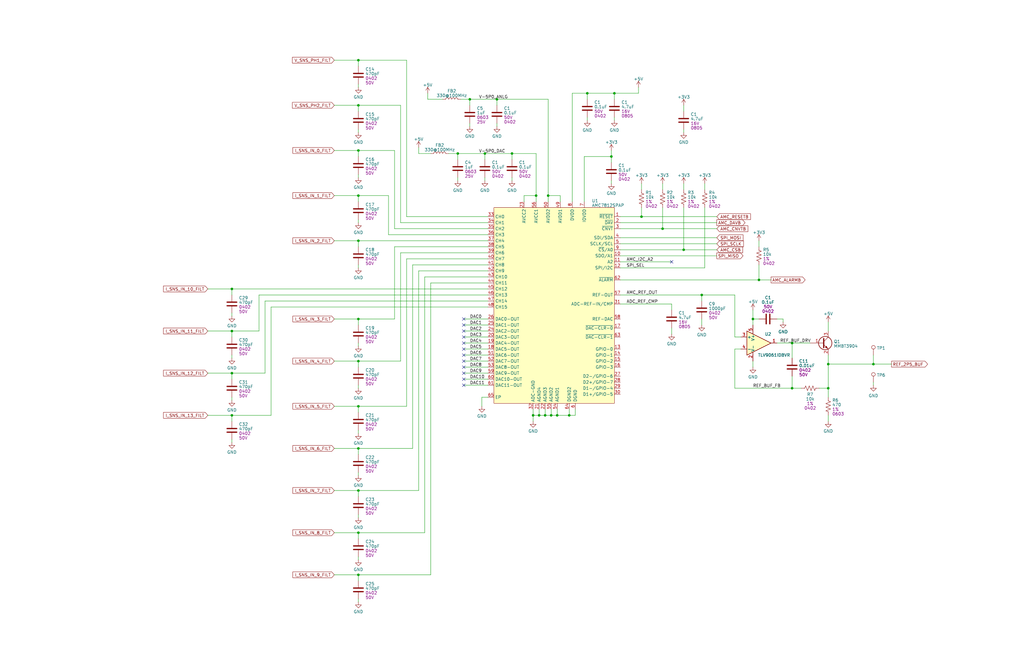
<source format=kicad_sch>
(kicad_sch (version 20230121) (generator eeschema)
  (paper "B")
  (junction (at 97.79 139.7))
  (junction (at 97.79 121.92))
  (junction (at 151.13 134.62))
  (junction (at 151.13 44.45))
  (junction (at 240.03 175.26))
  (junction (at 279.4 96.52))
  (junction (at 247.65 39.37))
  (junction (at 151.13 101.6))
  (junction (at 226.06 82.55))
  (junction (at 151.13 189.23))
  (junction (at 368.3 153.67))
  (junction (at 151.13 63.5))
  (junction (at 227.33 175.26))
  (junction (at 204.47 64.77))
  (junction (at 317.5 134.62))
  (junction (at 151.13 152.4))
  (junction (at 151.13 224.79))
  (junction (at 151.13 82.55))
  (junction (at 229.87 175.26))
  (junction (at 231.14 82.55))
  (junction (at 215.9 64.77))
  (junction (at 259.08 39.37))
  (junction (at 334.01 144.78))
  (junction (at 193.04 64.77))
  (junction (at 209.55 41.91))
  (junction (at 295.91 124.46))
  (junction (at 349.25 163.83))
  (junction (at 349.25 153.67))
  (junction (at 234.95 175.26))
  (junction (at 97.79 175.26))
  (junction (at 151.13 25.4))
  (junction (at 151.13 207.01))
  (junction (at 97.79 157.48))
  (junction (at 270.51 91.44))
  (junction (at 257.81 66.04))
  (junction (at 320.04 118.11))
  (junction (at 224.79 175.26))
  (junction (at 151.13 242.57))
  (junction (at 334.01 163.83))
  (junction (at 232.41 175.26))
  (junction (at 151.13 171.45))
  (junction (at 198.12 41.91))
  (junction (at 288.29 105.41))
  (no_connect (at 195.58 154.94))
  (no_connect (at 195.58 152.4))
  (no_connect (at 195.58 160.02))
  (no_connect (at 195.58 162.56))
  (no_connect (at 195.58 157.48))
  (no_connect (at 195.58 137.16))
  (no_connect (at 195.58 139.7))
  (no_connect (at 283.21 110.49))
  (no_connect (at 195.58 144.78))
  (no_connect (at 195.58 134.62))
  (no_connect (at 195.58 147.32))
  (no_connect (at 195.58 149.86))
  (no_connect (at 195.58 142.24))
  (wire (pts (xy 114.3 175.26) (xy 97.79 175.26)))
  (wire (pts (xy 209.55 52.07) (xy 209.55 53.34)))
  (wire (pts (xy 227.33 172.72) (xy 227.33 175.26)))
  (wire (pts (xy 195.58 144.78) (xy 205.74 144.78)))
  (wire (pts (xy 297.18 113.03) (xy 297.18 87.63)))
  (wire (pts (xy 151.13 85.09) (xy 151.13 82.55)))
  (wire (pts (xy 205.74 99.06) (xy 163.83 99.06)))
  (wire (pts (xy 87.63 175.26) (xy 97.79 175.26)))
  (wire (pts (xy 97.79 124.46) (xy 97.79 121.92)))
  (wire (pts (xy 349.25 135.89) (xy 349.25 139.7)))
  (wire (pts (xy 368.3 153.67) (xy 375.92 153.67)))
  (wire (pts (xy 368.3 161.29) (xy 368.3 162.56)))
  (wire (pts (xy 176.53 62.23) (xy 176.53 64.77)))
  (wire (pts (xy 215.9 64.77) (xy 215.9 67.31)))
  (wire (pts (xy 109.22 139.7) (xy 97.79 139.7)))
  (wire (pts (xy 198.12 41.91) (xy 198.12 44.45)))
  (wire (pts (xy 151.13 25.4) (xy 151.13 27.94)))
  (wire (pts (xy 247.65 39.37) (xy 259.08 39.37)))
  (wire (pts (xy 226.06 82.55) (xy 226.06 64.77)))
  (wire (pts (xy 242.57 175.26) (xy 240.03 175.26)))
  (wire (pts (xy 194.31 41.91) (xy 198.12 41.91)))
  (wire (pts (xy 195.58 152.4) (xy 205.74 152.4)))
  (wire (pts (xy 261.62 100.33) (xy 302.26 100.33)))
  (wire (pts (xy 226.06 85.09) (xy 226.06 82.55)))
  (wire (pts (xy 259.08 39.37) (xy 259.08 41.91)))
  (wire (pts (xy 257.81 76.2) (xy 257.81 77.47)))
  (wire (pts (xy 198.12 52.07) (xy 198.12 53.34)))
  (wire (pts (xy 288.29 77.47) (xy 288.29 80.01)))
  (wire (pts (xy 261.62 110.49) (xy 283.21 110.49)))
  (wire (pts (xy 283.21 138.43) (xy 283.21 140.97)))
  (wire (pts (xy 140.97 242.57) (xy 151.13 242.57)))
  (wire (pts (xy 140.97 152.4) (xy 151.13 152.4)))
  (wire (pts (xy 345.44 163.83) (xy 349.25 163.83)))
  (wire (pts (xy 151.13 134.62) (xy 166.37 134.62)))
  (wire (pts (xy 204.47 64.77) (xy 215.9 64.77)))
  (wire (pts (xy 232.41 175.26) (xy 229.87 175.26)))
  (wire (pts (xy 168.91 44.45) (xy 168.91 93.98)))
  (wire (pts (xy 295.91 124.46) (xy 295.91 127)))
  (wire (pts (xy 203.2 167.64) (xy 203.2 171.45)))
  (wire (pts (xy 195.58 142.24) (xy 205.74 142.24)))
  (wire (pts (xy 349.25 153.67) (xy 368.3 153.67)))
  (wire (pts (xy 227.33 175.26) (xy 224.79 175.26)))
  (wire (pts (xy 151.13 242.57) (xy 181.61 242.57)))
  (wire (pts (xy 259.08 39.37) (xy 269.24 39.37)))
  (wire (pts (xy 140.97 25.4) (xy 151.13 25.4)))
  (wire (pts (xy 288.29 87.63) (xy 288.29 105.41)))
  (wire (pts (xy 270.51 77.47) (xy 270.51 80.01)))
  (wire (pts (xy 151.13 44.45) (xy 168.91 44.45)))
  (wire (pts (xy 140.97 189.23) (xy 151.13 189.23)))
  (wire (pts (xy 151.13 189.23) (xy 173.99 189.23)))
  (wire (pts (xy 334.01 144.78) (xy 334.01 151.13)))
  (wire (pts (xy 241.3 39.37) (xy 247.65 39.37)))
  (wire (pts (xy 309.88 142.24) (xy 309.88 124.46)))
  (wire (pts (xy 231.14 41.91) (xy 231.14 82.55)))
  (wire (pts (xy 97.79 167.64) (xy 97.79 168.91)))
  (wire (pts (xy 320.04 134.62) (xy 317.5 134.62)))
  (wire (pts (xy 151.13 92.71) (xy 151.13 93.98)))
  (wire (pts (xy 151.13 199.39) (xy 151.13 200.66)))
  (wire (pts (xy 140.97 171.45) (xy 151.13 171.45)))
  (wire (pts (xy 171.45 25.4) (xy 151.13 25.4)))
  (wire (pts (xy 163.83 82.55) (xy 151.13 82.55)))
  (wire (pts (xy 151.13 181.61) (xy 151.13 182.88)))
  (wire (pts (xy 151.13 101.6) (xy 151.13 104.14)))
  (wire (pts (xy 166.37 63.5) (xy 166.37 96.52)))
  (wire (pts (xy 279.4 96.52) (xy 302.26 96.52)))
  (wire (pts (xy 189.23 64.77) (xy 193.04 64.77)))
  (wire (pts (xy 224.79 172.72) (xy 224.79 175.26)))
  (wire (pts (xy 171.45 91.44) (xy 171.45 25.4)))
  (wire (pts (xy 140.97 207.01) (xy 151.13 207.01)))
  (wire (pts (xy 168.91 152.4) (xy 151.13 152.4)))
  (wire (pts (xy 247.65 49.53) (xy 247.65 50.8)))
  (wire (pts (xy 261.62 91.44) (xy 270.51 91.44)))
  (wire (pts (xy 151.13 137.16) (xy 151.13 134.62)))
  (wire (pts (xy 204.47 74.93) (xy 204.47 76.2)))
  (wire (pts (xy 97.79 160.02) (xy 97.79 157.48)))
  (wire (pts (xy 168.91 93.98) (xy 205.74 93.98)))
  (wire (pts (xy 151.13 162.56) (xy 151.13 163.83)))
  (wire (pts (xy 151.13 207.01) (xy 176.53 207.01)))
  (wire (pts (xy 317.5 152.4) (xy 317.5 154.94)))
  (wire (pts (xy 320.04 111.76) (xy 320.04 118.11)))
  (wire (pts (xy 97.79 185.42) (xy 97.79 186.69)))
  (wire (pts (xy 215.9 74.93) (xy 215.9 76.2)))
  (wire (pts (xy 224.79 175.26) (xy 224.79 177.8)))
  (wire (pts (xy 240.03 172.72) (xy 240.03 175.26)))
  (wire (pts (xy 259.08 49.53) (xy 259.08 50.8)))
  (wire (pts (xy 97.79 121.92) (xy 205.74 121.92)))
  (wire (pts (xy 205.74 111.76) (xy 173.99 111.76)))
  (wire (pts (xy 166.37 96.52) (xy 205.74 96.52)))
  (wire (pts (xy 140.97 82.55) (xy 151.13 82.55)))
  (wire (pts (xy 195.58 147.32) (xy 205.74 147.32)))
  (wire (pts (xy 180.34 41.91) (xy 186.69 41.91)))
  (wire (pts (xy 193.04 64.77) (xy 193.04 67.31)))
  (wire (pts (xy 231.14 82.55) (xy 231.14 85.09)))
  (wire (pts (xy 232.41 172.72) (xy 232.41 175.26)))
  (wire (pts (xy 205.74 109.22) (xy 171.45 109.22)))
  (wire (pts (xy 325.12 118.11) (xy 320.04 118.11)))
  (wire (pts (xy 246.38 85.09) (xy 246.38 66.04)))
  (wire (pts (xy 205.74 91.44) (xy 171.45 91.44)))
  (wire (pts (xy 261.62 124.46) (xy 295.91 124.46)))
  (wire (pts (xy 114.3 129.54) (xy 205.74 129.54)))
  (wire (pts (xy 327.66 144.78) (xy 334.01 144.78)))
  (wire (pts (xy 205.74 167.64) (xy 203.2 167.64)))
  (wire (pts (xy 205.74 119.38) (xy 181.61 119.38)))
  (wire (pts (xy 242.57 172.72) (xy 242.57 175.26)))
  (wire (pts (xy 309.88 163.83) (xy 334.01 163.83)))
  (wire (pts (xy 97.79 149.86) (xy 97.79 151.13)))
  (wire (pts (xy 151.13 173.99) (xy 151.13 171.45)))
  (wire (pts (xy 279.4 96.52) (xy 279.4 87.63)))
  (wire (pts (xy 297.18 77.47) (xy 297.18 80.01)))
  (wire (pts (xy 334.01 163.83) (xy 337.82 163.83)))
  (wire (pts (xy 257.81 66.04) (xy 257.81 68.58)))
  (wire (pts (xy 261.62 96.52) (xy 279.4 96.52)))
  (wire (pts (xy 261.62 107.95) (xy 302.26 107.95)))
  (wire (pts (xy 246.38 66.04) (xy 257.81 66.04)))
  (wire (pts (xy 87.63 157.48) (xy 97.79 157.48)))
  (wire (pts (xy 288.29 54.61) (xy 288.29 55.88)))
  (wire (pts (xy 166.37 104.14) (xy 166.37 134.62)))
  (wire (pts (xy 234.95 175.26) (xy 232.41 175.26)))
  (wire (pts (xy 220.98 82.55) (xy 220.98 85.09)))
  (wire (pts (xy 195.58 162.56) (xy 205.74 162.56)))
  (wire (pts (xy 312.42 142.24) (xy 309.88 142.24)))
  (wire (pts (xy 140.97 44.45) (xy 151.13 44.45)))
  (wire (pts (xy 171.45 109.22) (xy 171.45 171.45)))
  (wire (pts (xy 151.13 252.73) (xy 151.13 254)))
  (wire (pts (xy 205.74 114.3) (xy 176.53 114.3)))
  (wire (pts (xy 151.13 54.61) (xy 151.13 55.88)))
  (wire (pts (xy 320.04 118.11) (xy 261.62 118.11)))
  (wire (pts (xy 209.55 41.91) (xy 231.14 41.91)))
  (wire (pts (xy 151.13 217.17) (xy 151.13 218.44)))
  (wire (pts (xy 195.58 157.48) (xy 205.74 157.48)))
  (wire (pts (xy 234.95 172.72) (xy 234.95 175.26)))
  (wire (pts (xy 111.76 127) (xy 111.76 157.48)))
  (wire (pts (xy 295.91 124.46) (xy 309.88 124.46)))
  (wire (pts (xy 140.97 63.5) (xy 151.13 63.5)))
  (wire (pts (xy 151.13 227.33) (xy 151.13 224.79)))
  (wire (pts (xy 179.07 116.84) (xy 179.07 224.79)))
  (wire (pts (xy 279.4 77.47) (xy 279.4 80.01)))
  (wire (pts (xy 368.3 149.86) (xy 368.3 153.67)))
  (wire (pts (xy 151.13 63.5) (xy 166.37 63.5)))
  (wire (pts (xy 151.13 152.4) (xy 151.13 154.94)))
  (wire (pts (xy 151.13 234.95) (xy 151.13 236.22)))
  (wire (pts (xy 288.29 44.45) (xy 288.29 46.99)))
  (wire (pts (xy 140.97 134.62) (xy 151.13 134.62)))
  (wire (pts (xy 171.45 171.45) (xy 151.13 171.45)))
  (wire (pts (xy 109.22 124.46) (xy 205.74 124.46)))
  (wire (pts (xy 327.66 134.62) (xy 330.2 134.62)))
  (wire (pts (xy 317.5 130.81) (xy 317.5 134.62)))
  (wire (pts (xy 151.13 63.5) (xy 151.13 66.04)))
  (wire (pts (xy 140.97 101.6) (xy 151.13 101.6)))
  (wire (pts (xy 151.13 101.6) (xy 205.74 101.6)))
  (wire (pts (xy 97.79 132.08) (xy 97.79 133.35)))
  (wire (pts (xy 349.25 163.83) (xy 349.25 167.64)))
  (wire (pts (xy 173.99 111.76) (xy 173.99 189.23)))
  (wire (pts (xy 195.58 137.16) (xy 205.74 137.16)))
  (wire (pts (xy 226.06 82.55) (xy 220.98 82.55)))
  (wire (pts (xy 151.13 191.77) (xy 151.13 189.23)))
  (wire (pts (xy 151.13 224.79) (xy 179.07 224.79)))
  (wire (pts (xy 288.29 105.41) (xy 302.26 105.41)))
  (wire (pts (xy 205.74 106.68) (xy 168.91 106.68)))
  (wire (pts (xy 349.25 153.67) (xy 349.25 163.83)))
  (wire (pts (xy 176.53 64.77) (xy 181.61 64.77)))
  (wire (pts (xy 195.58 160.02) (xy 205.74 160.02)))
  (wire (pts (xy 229.87 172.72) (xy 229.87 175.26)))
  (wire (pts (xy 195.58 134.62) (xy 205.74 134.62)))
  (wire (pts (xy 269.24 36.83) (xy 269.24 39.37)))
  (wire (pts (xy 198.12 41.91) (xy 209.55 41.91)))
  (wire (pts (xy 283.21 128.27) (xy 283.21 130.81)))
  (wire (pts (xy 257.81 63.5) (xy 257.81 66.04)))
  (wire (pts (xy 87.63 139.7) (xy 97.79 139.7)))
  (wire (pts (xy 168.91 106.68) (xy 168.91 152.4)))
  (wire (pts (xy 334.01 158.75) (xy 334.01 163.83)))
  (wire (pts (xy 236.22 85.09) (xy 236.22 82.55)))
  (wire (pts (xy 151.13 144.78) (xy 151.13 146.05)))
  (wire (pts (xy 349.25 149.86) (xy 349.25 153.67)))
  (wire (pts (xy 270.51 91.44) (xy 302.26 91.44)))
  (wire (pts (xy 295.91 134.62) (xy 295.91 137.16)))
  (wire (pts (xy 114.3 129.54) (xy 114.3 175.26)))
  (wire (pts (xy 151.13 111.76) (xy 151.13 113.03)))
  (wire (pts (xy 163.83 99.06) (xy 163.83 82.55)))
  (wire (pts (xy 109.22 124.46) (xy 109.22 139.7)))
  (wire (pts (xy 140.97 224.79) (xy 151.13 224.79)))
  (wire (pts (xy 209.55 41.91) (xy 209.55 44.45)))
  (wire (pts (xy 240.03 175.26) (xy 234.95 175.26)))
  (wire (pts (xy 270.51 87.63) (xy 270.51 91.44)))
  (wire (pts (xy 205.74 116.84) (xy 179.07 116.84)))
  (wire (pts (xy 151.13 35.56) (xy 151.13 36.83)))
  (wire (pts (xy 349.25 175.26) (xy 349.25 177.8)))
  (wire (pts (xy 261.62 102.87) (xy 302.26 102.87)))
  (wire (pts (xy 261.62 113.03) (xy 297.18 113.03)))
  (wire (pts (xy 261.62 128.27) (xy 283.21 128.27)))
  (wire (pts (xy 151.13 209.55) (xy 151.13 207.01)))
  (wire (pts (xy 151.13 245.11) (xy 151.13 242.57)))
  (wire (pts (xy 236.22 82.55) (xy 231.14 82.55)))
  (wire (pts (xy 312.42 147.32) (xy 309.88 147.32)))
  (wire (pts (xy 180.34 39.37) (xy 180.34 41.91)))
  (wire (pts (xy 309.88 147.32) (xy 309.88 163.83)))
  (wire (pts (xy 320.04 101.6) (xy 320.04 104.14)))
  (wire (pts (xy 247.65 39.37) (xy 247.65 41.91)))
  (wire (pts (xy 111.76 157.48) (xy 97.79 157.48)))
  (wire (pts (xy 151.13 46.99) (xy 151.13 44.45)))
  (wire (pts (xy 97.79 177.8) (xy 97.79 175.26)))
  (wire (pts (xy 193.04 74.93) (xy 193.04 76.2)))
  (wire (pts (xy 334.01 144.78) (xy 341.63 144.78)))
  (wire (pts (xy 215.9 64.77) (xy 226.06 64.77)))
  (wire (pts (xy 195.58 149.86) (xy 205.74 149.86)))
  (wire (pts (xy 111.76 127) (xy 205.74 127)))
  (wire (pts (xy 317.5 134.62) (xy 317.5 137.16)))
  (wire (pts (xy 204.47 64.77) (xy 204.47 67.31)))
  (wire (pts (xy 87.63 121.92) (xy 97.79 121.92)))
  (wire (pts (xy 181.61 119.38) (xy 181.61 242.57)))
  (wire (pts (xy 195.58 154.94) (xy 205.74 154.94)))
  (wire (pts (xy 261.62 93.98) (xy 302.26 93.98)))
  (wire (pts (xy 176.53 114.3) (xy 176.53 207.01)))
  (wire (pts (xy 195.58 139.7) (xy 205.74 139.7)))
  (wire (pts (xy 151.13 73.66) (xy 151.13 74.93)))
  (wire (pts (xy 97.79 142.24) (xy 97.79 139.7)))
  (wire (pts (xy 193.04 64.77) (xy 204.47 64.77)))
  (wire (pts (xy 229.87 175.26) (xy 227.33 175.26)))
  (wire (pts (xy 205.74 104.14) (xy 166.37 104.14)))
  (wire (pts (xy 241.3 85.09) (xy 241.3 39.37)))
  (wire (pts (xy 330.2 134.62) (xy 330.2 135.89)))
  (wire (pts (xy 261.62 105.41) (xy 288.29 105.41)))
  (label "DAC5" (at 198.12 147.32 0))
  (label "DAC6" (at 198.12 149.86 0))
  (label "DAC2" (at 198.12 139.7 0))
  (label "REF_BUF_FB" (at 317.5 163.83 0))
  (label "AMC_REF_OUT" (at 264.16 124.46 0))
  (label "V-5P0_DAC" (at 201.93 64.77 0))
  (label "DAC9" (at 198.12 157.48 0))
  (label "AMC_I2C_A2" (at 264.16 110.49 0))
  (label "DAC7" (at 198.12 152.4 0))
  (label "DAC4" (at 198.12 144.78 0))
  (label "DAC10" (at 198.12 160.02 0))
  (label "DAC0" (at 198.12 134.62 0))
  (label "SPI_SEL" (at 264.16 113.03 0))
  (label "DAC3" (at 198.12 142.24 0))
  (label "DAC11" (at 198.12 162.56 0))
  (label "REF_BUF_DRV" (at 328.93 144.78 0))
  (label "DAC8" (at 198.12 154.94 0))
  (label "ADC_REF_CMP" (at 264.16 128.27 0))
  (label "V-5P0_ANLG" (at 201.93 41.91 0))
  (label "DAC1" (at 198.12 137.16 0))
  (global_label "I_SNS_IN_12_FILT" (shape input) (at 87.63 157.48 180) (property "Intersheetrefs" "${INTERSHEET_REFS}" (effects hide)))
  (global_label "I_SNS_IN_2_FILT" (shape input) (at 140.97 101.6 180) (property "Intersheetrefs" "${INTERSHEET_REFS}" (effects hide)))
  (global_label "I_SNS_IN_5_FILT" (shape input) (at 140.97 171.45 180) (property "Intersheetrefs" "${INTERSHEET_REFS}" (effects hide)))
  (global_label "SPI_SCLK" (shape input) (at 302.26 102.87 0) (property "Intersheetrefs" "${INTERSHEET_REFS}" (effects hide)))
  (global_label "SPI_MOSI" (shape input) (at 302.26 100.33 0) (property "Intersheetrefs" "${INTERSHEET_REFS}" (effects hide)))
  (global_label "AMC_CSB" (shape input) (at 302.26 105.41 0) (property "Intersheetrefs" "${INTERSHEET_REFS}" (effects hide)))
  (global_label "REF_2P5_BUF" (shape output) (at 375.92 153.67 0) (property "Intersheetrefs" "${INTERSHEET_REFS}" (effects hide)))
  (global_label "AMC_ALARMB" (shape output) (at 325.12 118.11 0) (property "Intersheetrefs" "${INTERSHEET_REFS}" (effects hide)))
  (global_label "I_SNS_IN_0_FILT" (shape input) (at 140.97 63.5 180) (property "Intersheetrefs" "${INTERSHEET_REFS}" (effects hide)))
  (global_label "AMC_DAVB" (shape output) (at 302.26 93.98 0) (property "Intersheetrefs" "${INTERSHEET_REFS}" (effects hide)))
  (global_label "I_SNS_IN_9_FILT" (shape input) (at 140.97 242.57 180) (property "Intersheetrefs" "${INTERSHEET_REFS}" (effects hide)))
  (global_label "AMC_CNVTB" (shape input) (at 302.26 96.52 0) (property "Intersheetrefs" "${INTERSHEET_REFS}" (effects hide)))
  (global_label "V_SNS_PH2_FILT" (shape input) (at 140.97 44.45 180) (property "Intersheetrefs" "${INTERSHEET_REFS}" (effects hide)))
  (global_label "I_SNS_IN_3_FILT" (shape input) (at 140.97 134.62 180) (property "Intersheetrefs" "${INTERSHEET_REFS}" (effects hide)))
  (global_label "I_SNS_IN_6_FILT" (shape input) (at 140.97 189.23 180) (property "Intersheetrefs" "${INTERSHEET_REFS}" (effects hide)))
  (global_label "I_SNS_IN_13_FILT" (shape input) (at 87.63 175.26 180) (property "Intersheetrefs" "${INTERSHEET_REFS}" (effects hide)))
  (global_label "I_SNS_IN_10_FILT" (shape input) (at 87.63 121.92 180) (property "Intersheetrefs" "${INTERSHEET_REFS}" (effects hide)))
  (global_label "V_SNS_PH1_FILT" (shape input) (at 140.97 25.4 180) (property "Intersheetrefs" "${INTERSHEET_REFS}" (effects hide)))
  (global_label "I_SNS_IN_8_FILT" (shape input) (at 140.97 224.79 180) (property "Intersheetrefs" "${INTERSHEET_REFS}" (effects hide)))
  (global_label "I_SNS_IN_4_FILT" (shape input) (at 140.97 152.4 180) (property "Intersheetrefs" "${INTERSHEET_REFS}" (effects hide)))
  (global_label "SPI_MISO" (shape output) (at 302.26 107.95 0) (property "Intersheetrefs" "${INTERSHEET_REFS}" (effects hide)))
  (global_label "I_SNS_IN_1_FILT" (shape input) (at 140.97 82.55 180) (property "Intersheetrefs" "${INTERSHEET_REFS}" (effects hide)))
  (global_label "I_SNS_IN_7_FILT" (shape input) (at 140.97 207.01 180) (property "Intersheetrefs" "${INTERSHEET_REFS}" (effects hide)))
  (global_label "I_SNS_IN_11_FILT" (shape input) (at 87.63 139.7 180) (property "Intersheetrefs" "${INTERSHEET_REFS}" (effects hide)))
  (global_label "AMC_RESETB" (shape input) (at 302.26 91.44 0) (property "Intersheetrefs" "${INTERSHEET_REFS}" (effects hide)))
  (symbol (lib_id "power:GND") (at 97.79 133.35 0) (unit 1)
    (property "Reference" "#PWR043" (effects hide))
    (property "Value" "GND" (at 97.79 137.4855 0))
    (instances (project "Power_Meter_RPi_Hat_HW" (path "" (reference "#PWR043") (unit 1))) (project "FET_Amplifier_HW" (path "" (reference "#PWR08") (unit 1))))
  )
  (symbol (lib_id "power:GND") (at 151.13 254 0) (unit 1)
    (property "Reference" "#PWR039" (effects hide))
    (property "Value" "GND" (at 151.13 258.1355 0))
    (instances (project "Power_Meter_RPi_Hat_HW" (path "" (reference "#PWR039") (unit 1))) (project "FET_Amplifier_HW" (path "" (reference "#PWR08") (unit 1))))
  )
  (symbol (lib_id "Device:C") (at 288.29 50.8 0) (unit 1)
    (property "Reference" "C1" (at 291.211 48.2353 0) (effects (justify left)))
    (property "Value" "4.7uF" (at 291.211 50.1563 0) (effects (justify left)))
    (property "Footprint" "Capacitor_SMD:C_0805_2012Metric" (effects hide))
    (property "Voltage Rating" "16V" (at 291.211 52.0773 0) (effects (justify left)))
    (property "Mfr. Part #" "CL21A475KAQNNNE" (effects hide))
    (property "JLCPCB Part #" "C1779" (effects hide))
    (property "Description" "CAP CER 4.7UF 16V X5R 0805" (effects hide))
    (property "Manufacturer" "Samsung Electro-Mechanics" (effects hide))
    (property "Package Desc" "0805" (at 291.211 53.9983 0) (effects (justify left)))
    (instances (project "Rhubarb_Pi_HW" (path "" (reference "C1") (unit 1)) (path "" (reference "C5") (unit 1))) (project "Power_Meter_RPi_Hat_HW" (path "" (reference "C59") (unit 1))) (project "FET_Amplifier_HW" (path "" (reference "C18") (unit 1)) (path "" (reference "C21") (unit 1))) (project "FM_Radio_70cm_HW" (path "" (reference "C33") (unit 1)) (path "" (reference "C10") (unit 1)) (path "" (reference "C74") (unit 1)) (path "" (reference "C60") (unit 1))))
  )
  (symbol (lib_id "power:+5V") (at 180.34 39.37 0) (unit 1)
    (property "Reference" "#PWR07" (effects hide))
    (property "Value" "+5V" (at 180.34 35.8681 0))
  )
  (symbol (lib_id "Repowered_Capacitors:CL05C471JB5NNNC") (at 151.13 158.75 0) (unit 1)
    (property "Reference" "C20" (at 154.051 156.1853 0) (effects (justify left)))
    (property "Value" "470pF" (at 154.051 158.1063 0) (effects (justify left)))
    (property "Footprint" "Capacitor_SMD:C_0402_1005Metric" (effects hide))
    (property "Mfr Part #" "CL05C471JB5NNNC" (effects hide))
    (property "Tolerance" "5%" (effects hide))
    (property "Package Desc" "0402" (at 154.051 160.0273 0) (effects (justify left)))
    (property "Manufacturer" "Samsung Electro-Mechanics" (effects hide))
    (property "Description" "CAP CER 470PF 50V 5% C0G/NP0 0402" (effects hide))
    (property "Voltage Rating" "50V" (at 154.051 161.9483 0) (effects (justify left)))
    (property "JLCPCB Part #" "C307449" (effects hide))
  )
  (symbol (lib_id "Device:C") (at 323.85 134.62 90) (unit 1)
    (property "Reference" "C1" (at 323.85 125.6091 90))
    (property "Value" "0.1uF" (at 323.85 127.5301 90))
    (property "Footprint" "Capacitor_SMD:C_0402_1005Metric" (effects hide))
    (property "Voltage Rating" "50V" (at 323.85 129.4511 90))
    (property "Mfr. Part #" "GRM155R71H104KE14D" (effects hide))
    (property "JLCPCB Part #" "C77020" (effects hide))
    (property "Description" "50V 100nF X7R ±10% 0402 Multilayer Ceramic Capacitors MLCC - SMD/SMT ROHS" (effects hide))
    (property "Manufacturer" "Murata Electronics" (effects hide))
    (property "Mfr Part #" "GRM155R71H104KE14D" (effects hide))
    (property "Package Desc" "0402" (at 323.85 131.3721 90))
    (instances (project "Rhubarb_Pi_HW" (path "" (reference "C1") (unit 1)) (path "" (reference "C5") (unit 1))) (project "Power_Meter_RPi_Hat_HW" (path "" (reference "C10") (unit 1))) (project "FET_Amplifier_HW" (path "" (reference "C6") (unit 1))) (project "FM_Radio_70cm_HW" (path "" (reference "C33") (unit 1)) (path "" (reference "C10") (unit 1)) (path "" (reference "C74") (unit 1)) (path "" (reference "C60") (unit 1))))
  )
  (symbol (lib_id "power:GND") (at 257.81 77.47 0) (unit 1)
    (property "Reference" "#PWR03" (effects hide))
    (property "Value" "GND" (at 257.81 81.6055 0))
    (instances (project "Power_Meter_RPi_Hat_HW" (path "" (reference "#PWR03") (unit 1))) (project "FET_Amplifier_HW" (path "" (reference "#PWR08") (unit 1))))
  )
  (symbol (lib_id "power:GND") (at 209.55 53.34 0) (unit 1)
    (property "Reference" "#PWR09" (effects hide))
    (property "Value" "GND" (at 209.55 57.4755 0))
    (instances (project "Power_Meter_RPi_Hat_HW" (path "" (reference "#PWR09") (unit 1))) (project "FET_Amplifier_HW" (path "" (reference "#PWR08") (unit 1))))
  )
  (symbol (lib_id "Device:L") (at 190.5 41.91 90) (unit 1)
    (property "Reference" "FB2" (at 190.5 38.3947 90))
    (property "Value" "330@100MHz" (at 190.5 40.3157 90))
    (property "Footprint" "Inductor_SMD:L_0603_1608Metric" (effects hide))
    (property "Mfr. Part #" "BLM18SG331TZ1D" (effects hide))
    (property "JLCPCB Part #" "C710391" (effects hide))
    (property "Description" "70mΩ ±25% 330Ω@100MHz 0603 Ferrite Beads ROHS" (effects hide))
    (property "Manufacturer" "Murata Electronics" (effects hide))
    (instances (project "Rhubarb_Pi_HW" (path "" (reference "FB2") (unit 1))) (project "Power_Meter_RPi_Hat_HW" (path "" (reference "FB2") (unit 1))) (project "FET_Amplifier_HW" (path "" (reference "FB1") (unit 1))) (project "FM_Radio_70cm_HW" (path "" (reference "FB1") (unit 1)) (path "" (reference "FB2") (unit 1))))
  )
  (symbol (lib_id "Repowered_Capacitors:CL05C471JB5NNNC") (at 151.13 31.75 0) (unit 1)
    (property "Reference" "C14" (at 154.051 29.1853 0) (effects (justify left)))
    (property "Value" "470pF" (at 154.051 31.1063 0) (effects (justify left)))
    (property "Footprint" "Capacitor_SMD:C_0402_1005Metric" (effects hide))
    (property "Mfr Part #" "CL05C471JB5NNNC" (effects hide))
    (property "Tolerance" "5%" (effects hide))
    (property "Package Desc" "0402" (at 154.051 33.0273 0) (effects (justify left)))
    (property "Manufacturer" "Samsung Electro-Mechanics" (effects hide))
    (property "Description" "CAP CER 470PF 50V 5% C0G/NP0 0402" (effects hide))
    (property "Voltage Rating" "50V" (at 154.051 34.9483 0) (effects (justify left)))
    (property "JLCPCB Part #" "C307449" (effects hide))
  )
  (symbol (lib_id "power:GND") (at 247.65 50.8 0) (unit 1)
    (property "Reference" "#PWR011" (effects hide))
    (property "Value" "GND" (at 247.65 54.9355 0))
    (instances (project "Power_Meter_RPi_Hat_HW" (path "" (reference "#PWR011") (unit 1))) (project "FET_Amplifier_HW" (path "" (reference "#PWR08") (unit 1))))
  )
  (symbol (lib_id "Repowered_Capacitors:CL05C471JB5NNNC") (at 97.79 128.27 0) (unit 1)
    (property "Reference" "C29" (at 100.711 125.7053 0) (effects (justify left)))
    (property "Value" "470pF" (at 100.711 127.6263 0) (effects (justify left)))
    (property "Footprint" "Capacitor_SMD:C_0402_1005Metric" (effects hide))
    (property "Mfr Part #" "CL05C471JB5NNNC" (effects hide))
    (property "Tolerance" "5%" (effects hide))
    (property "Package Desc" "0402" (at 100.711 129.5473 0) (effects (justify left)))
    (property "Manufacturer" "Samsung Electro-Mechanics" (effects hide))
    (property "Description" "CAP CER 470PF 50V 5% C0G/NP0 0402" (effects hide))
    (property "Voltage Rating" "50V" (at 100.711 131.4683 0) (effects (justify left)))
    (property "JLCPCB Part #" "C307449" (effects hide))
  )
  (symbol (lib_id "power:GND") (at 151.13 55.88 0) (unit 1)
    (property "Reference" "#PWR029" (effects hide))
    (property "Value" "GND" (at 151.13 60.0155 0))
    (instances (project "Power_Meter_RPi_Hat_HW" (path "" (reference "#PWR029") (unit 1))) (project "FET_Amplifier_HW" (path "" (reference "#PWR08") (unit 1))))
  )
  (symbol (lib_id "power:+3V3") (at 270.51 77.47 0) (unit 1)
    (property "Reference" "#PWR013" (effects hide))
    (property "Value" "+3V3" (at 270.51 73.9681 0))
  )
  (symbol (lib_id "Repowered_Capacitors:CL05C471JB5NNNC") (at 151.13 88.9 0) (unit 1)
    (property "Reference" "C17" (at 154.051 86.3353 0) (effects (justify left)))
    (property "Value" "470pF" (at 154.051 88.2563 0) (effects (justify left)))
    (property "Footprint" "Capacitor_SMD:C_0402_1005Metric" (effects hide))
    (property "Mfr Part #" "CL05C471JB5NNNC" (effects hide))
    (property "Tolerance" "5%" (effects hide))
    (property "Package Desc" "0402" (at 154.051 90.1773 0) (effects (justify left)))
    (property "Manufacturer" "Samsung Electro-Mechanics" (effects hide))
    (property "Description" "CAP CER 470PF 50V 5% C0G/NP0 0402" (effects hide))
    (property "Voltage Rating" "50V" (at 154.051 92.0983 0) (effects (justify left)))
    (property "JLCPCB Part #" "C307449" (effects hide))
  )
  (symbol (lib_id "Repowered_Resistors:AC0402FR-0710KL") (at 320.04 107.95 0) (unit 1)
    (property "Reference" "R5" (at 321.691 105.3853 0) (effects (justify left)))
    (property "Value" "10k" (at 321.691 107.3063 0) (effects (justify left)))
    (property "Footprint" "Resistor_SMD:R_0402_1005Metric" (effects hide))
    (property "Mfr Part #" "AC0402FR-0710KL" (effects hide))
    (property "Tolerance" "1%" (at 321.691 109.2273 0) (effects (justify left)))
    (property "Package Desc" "0402" (at 321.691 111.1483 0) (effects (justify left)))
    (property "Manufacturer" "YAGEO" (effects hide))
    (property "Description" "RES SMD 10K OHM 1% 1/16W 0402" (effects hide))
    (property "JLCPCB Part #" "C144807" (effects hide))
  )
  (symbol (lib_id "power:+5V") (at 317.5 130.81 0) (unit 1)
    (property "Reference" "#PWR022" (effects hide))
    (property "Value" "+5V" (at 317.5 127.3081 0))
  )
  (symbol (lib_id "Repowered_Resistors:AC0402FR-0710KL") (at 270.51 83.82 0) (unit 1)
    (property "Reference" "R1" (at 272.161 81.2553 0) (effects (justify left)))
    (property "Value" "10k" (at 272.161 83.1763 0) (effects (justify left)))
    (property "Footprint" "Resistor_SMD:R_0402_1005Metric" (effects hide))
    (property "Mfr Part #" "AC0402FR-0710KL" (effects hide))
    (property "Tolerance" "1%" (at 272.161 85.0973 0) (effects (justify left)))
    (property "Package Desc" "0402" (at 272.161 87.0183 0) (effects (justify left)))
    (property "Manufacturer" "YAGEO" (effects hide))
    (property "Description" "RES SMD 10K OHM 1% 1/16W 0402" (effects hide))
    (property "JLCPCB Part #" "C144807" (effects hide))
  )
  (symbol (lib_id "Repowered_Capacitors:CL10B105KA8NNNC") (at 198.12 48.26 0) (unit 1)
    (property "Reference" "C5" (at 201.041 45.6953 0) (effects (justify left)))
    (property "Value" "1uF" (at 201.041 47.6163 0) (effects (justify left)))
    (property "Footprint" "Capacitor_SMD:C_0603_1608Metric" (effects hide))
    (property "Mfr Part #" "CL10B105KA8NNNC" (effects hide))
    (property "Tolerance" "10%" (effects hide))
    (property "Package Desc" "0603" (at 201.041 49.5373 0) (effects (justify left)))
    (property "Manufacturer" "Samsung Electro-Mechanics" (effects hide))
    (property "Description" "CAP CER 1UF 25V X7R 0603" (effects hide))
    (property "DK Part #" "1276-1184-1-ND" (effects hide))
    (property "Voltage Rating" "25V" (at 201.041 51.4583 0) (effects (justify left)))
  )
  (symbol (lib_id "Repowered_Transistors:MMBT3904") (at 346.71 144.78 0) (unit 1)
    (property "Reference" "Q1" (at 351.5614 144.1363 0) (effects (justify left)))
    (property "Value" "MMBT3904" (at 351.5614 146.0573 0) (effects (justify left)))
    (property "Footprint" "Repowered_TO-SOT-SMD:SOT-23" (effects hide))
    (property "Datasheet" "https://www.onsemi.com/pub/Collateral/2N3903-D.PDF" (effects hide))
    (property "Mfr. Part #" "MMBT3904" (effects hide))
    (property "JLCPCB Part #" "C108429" (effects hide))
    (property "Manufacturer" "Nexperia" (effects hide))
    (property "Description" "XSTR NPN BJT 40Vce 0.1A Ic, SOT-23-3" (effects hide))
  )
  (symbol (lib_id "Repowered_Capacitors:CL05C471JB5NNNC") (at 97.79 163.83 0) (unit 1)
    (property "Reference" "C31" (at 100.711 161.2653 0) (effects (justify left)))
    (property "Value" "470pF" (at 100.711 163.1863 0) (effects (justify left)))
    (property "Footprint" "Capacitor_SMD:C_0402_1005Metric" (effects hide))
    (property "Mfr Part #" "CL05C471JB5NNNC" (effects hide))
    (property "Tolerance" "5%" (effects hide))
    (property "Package Desc" "0402" (at 100.711 165.1073 0) (effects (justify left)))
    (property "Manufacturer" "Samsung Electro-Mechanics" (effects hide))
    (property "Description" "CAP CER 470PF 50V 5% C0G/NP0 0402" (effects hide))
    (property "Voltage Rating" "50V" (at 100.711 167.0283 0) (effects (justify left)))
    (property "JLCPCB Part #" "C307449" (effects hide))
  )
  (symbol (lib_id "Device:C") (at 283.21 134.62 0) (unit 1)
    (property "Reference" "C1" (at 286.131 132.0553 0) (effects (justify left)))
    (property "Value" "4.7uF" (at 286.131 133.9763 0) (effects (justify left)))
    (property "Footprint" "Capacitor_SMD:C_0805_2012Metric" (effects hide))
    (property "Voltage Rating" "16V" (at 286.131 135.8973 0) (effects (justify left)))
    (property "Mfr. Part #" "CL21A475KAQNNNE" (effects hide))
    (property "JLCPCB Part #" "C1779" (effects hide))
    (property "Description" "CAP CER 4.7UF 16V X5R 0805" (effects hide))
    (property "Manufacturer" "Samsung Electro-Mechanics" (effects hide))
    (property "Package Desc" "0805" (at 286.131 137.8183 0) (effects (justify left)))
    (instances (project "Rhubarb_Pi_HW" (path "" (reference "C1") (unit 1)) (path "" (reference "C5") (unit 1))) (project "Power_Meter_RPi_Hat_HW" (path "" (reference "C3") (unit 1))) (project "FET_Amplifier_HW" (path "" (reference "C18") (unit 1)) (path "" (reference "C21") (unit 1))) (project "FM_Radio_70cm_HW" (path "" (reference "C33") (unit 1)) (path "" (reference "C10") (unit 1)) (path "" (reference "C74") (unit 1)) (path "" (reference "C60") (unit 1))))
  )
  (symbol (lib_id "power:GND") (at 204.47 76.2 0) (unit 1)
    (property "Reference" "#PWR04" (effects hide))
    (property "Value" "GND" (at 204.47 80.3355 0))
    (instances (project "Power_Meter_RPi_Hat_HW" (path "" (reference "#PWR04") (unit 1))) (project "FET_Amplifier_HW" (path "" (reference "#PWR08") (unit 1))))
  )
  (symbol (lib_id "Device:L") (at 185.42 64.77 90) (unit 1)
    (property "Reference" "FB2" (at 185.42 61.2547 90))
    (property "Value" "330@100MHz" (at 185.42 63.1757 90))
    (property "Footprint" "Inductor_SMD:L_0603_1608Metric" (effects hide))
    (property "Mfr. Part #" "BLM18SG331TZ1D" (effects hide))
    (property "JLCPCB Part #" "C710391" (effects hide))
    (property "Description" "70mΩ ±25% 330Ω@100MHz 0603 Ferrite Beads ROHS" (effects hide))
    (property "Manufacturer" "Murata Electronics" (effects hide))
    (instances (project "Rhubarb_Pi_HW" (path "" (reference "FB2") (unit 1))) (project "Power_Meter_RPi_Hat_HW" (path "" (reference "FB1") (unit 1))) (project "FET_Amplifier_HW" (path "" (reference "FB1") (unit 1))) (project "FM_Radio_70cm_HW" (path "" (reference "FB1") (unit 1)) (path "" (reference "FB2") (unit 1))))
  )
  (symbol (lib_id "power:+5V") (at 269.24 36.83 0) (unit 1)
    (property "Reference" "#PWR02" (effects hide))
    (property "Value" "+5V" (at 269.24 33.3281 0))
  )
  (symbol (lib_id "Device:C") (at 215.9 71.12 0) (unit 1)
    (property "Reference" "C1" (at 218.821 68.5553 0) (effects (justify left)))
    (property "Value" "0.1uF" (at 218.821 70.4763 0) (effects (justify left)))
    (property "Footprint" "Capacitor_SMD:C_0402_1005Metric" (effects hide))
    (property "Voltage Rating" "50V" (at 218.821 72.3973 0) (effects (justify left)))
    (property "Mfr. Part #" "GRM155R71H104KE14D" (effects hide))
    (property "JLCPCB Part #" "C77020" (effects hide))
    (property "Description" "50V 100nF X7R ±10% 0402 Multilayer Ceramic Capacitors MLCC - SMD/SMT ROHS" (effects hide))
    (property "Manufacturer" "Murata Electronics" (effects hide))
    (property "Mfr Part #" "GRM155R71H104KE14D" (effects hide))
    (property "Package Desc" "0402" (at 218.821 74.3183 0) (effects (justify left)))
    (instances (project "Rhubarb_Pi_HW" (path "" (reference "C1") (unit 1)) (path "" (reference "C5") (unit 1))) (project "Power_Meter_RPi_Hat_HW" (path "" (reference "C7") (unit 1))) (project "FET_Amplifier_HW" (path "" (reference "C6") (unit 1))) (project "FM_Radio_70cm_HW" (path "" (reference "C33") (unit 1)) (path "" (reference "C10") (unit 1)) (path "" (reference "C74") (unit 1)) (path "" (reference "C60") (unit 1))))
  )
  (symbol (lib_id "Device:C") (at 259.08 45.72 0) (unit 1)
    (property "Reference" "C1" (at 262.001 43.1553 0) (effects (justify left)))
    (property "Value" "4.7uF" (at 262.001 45.0763 0) (effects (justify left)))
    (property "Footprint" "Capacitor_SMD:C_0805_2012Metric" (effects hide))
    (property "Voltage Rating" "16V" (at 262.001 46.9973 0) (effects (justify left)))
    (property "Mfr. Part #" "CL21A475KAQNNNE" (effects hide))
    (property "JLCPCB Part #" "C1779" (effects hide))
    (property "Description" "CAP CER 4.7UF 16V X5R 0805" (effects hide))
    (property "Manufacturer" "Samsung Electro-Mechanics" (effects hide))
    (property "Package Desc" "0805" (at 262.001 48.9183 0) (effects (justify left)))
    (instances (project "Rhubarb_Pi_HW" (path "" (reference "C1") (unit 1)) (path "" (reference "C5") (unit 1))) (project "Power_Meter_RPi_Hat_HW" (path "" (reference "C60") (unit 1))) (project "FET_Amplifier_HW" (path "" (reference "C18") (unit 1)) (path "" (reference "C21") (unit 1))) (project "FM_Radio_70cm_HW" (path "" (reference "C33") (unit 1)) (path "" (reference "C10") (unit 1)) (path "" (reference "C74") (unit 1)) (path "" (reference "C60") (unit 1))))
  )
  (symbol (lib_id "Repowered_Resistors:AC0402FR-0710KL") (at 297.18 83.82 0) (unit 1)
    (property "Reference" "R4" (at 298.831 81.2553 0) (effects (justify left)))
    (property "Value" "10k" (at 298.831 83.1763 0) (effects (justify left)))
    (property "Footprint" "Resistor_SMD:R_0402_1005Metric" (effects hide))
    (property "Mfr Part #" "AC0402FR-0710KL" (effects hide))
    (property "Tolerance" "1%" (at 298.831 85.0973 0) (effects (justify left)))
    (property "Package Desc" "0402" (at 298.831 87.0183 0) (effects (justify left)))
    (property "Manufacturer" "YAGEO" (effects hide))
    (property "Description" "RES SMD 10K OHM 1% 1/16W 0402" (effects hide))
    (property "JLCPCB Part #" "C144807" (effects hide))
  )
  (symbol (lib_id "power:GND") (at 151.13 93.98 0) (unit 1)
    (property "Reference" "#PWR031" (effects hide))
    (property "Value" "GND" (at 151.13 98.1155 0))
    (instances (project "Power_Meter_RPi_Hat_HW" (path "" (reference "#PWR031") (unit 1))) (project "FET_Amplifier_HW" (path "" (reference "#PWR08") (unit 1))))
  )
  (symbol (lib_id "power:+3V3") (at 288.29 77.47 0) (unit 1)
    (property "Reference" "#PWR015" (effects hide))
    (property "Value" "+3V3" (at 288.29 73.9681 0))
  )
  (symbol (lib_id "power:GND") (at 215.9 76.2 0) (unit 1)
    (property "Reference" "#PWR010" (effects hide))
    (property "Value" "GND" (at 215.9 80.3355 0))
    (instances (project "Power_Meter_RPi_Hat_HW" (path "" (reference "#PWR010") (unit 1))) (project "FET_Amplifier_HW" (path "" (reference "#PWR08") (unit 1))))
  )
  (symbol (lib_id "power:GND") (at 295.91 137.16 0) (unit 1)
    (property "Reference" "#PWR019" (effects hide))
    (property "Value" "GND" (at 295.91 141.2955 0))
  )
  (symbol (lib_id "power:GND") (at 224.79 177.8 0) (unit 1)
    (property "Reference" "#PWR012" (effects hide))
    (property "Value" "GND" (at 224.79 181.9355 0))
  )
  (symbol (lib_id "power:GND") (at 151.13 163.83 0) (unit 1)
    (property "Reference" "#PWR034" (effects hide))
    (property "Value" "GND" (at 151.13 167.9655 0))
    (instances (project "Power_Meter_RPi_Hat_HW" (path "" (reference "#PWR034") (unit 1))) (project "FET_Amplifier_HW" (path "" (reference "#PWR08") (unit 1))))
  )
  (symbol (lib_id "power:+3V3") (at 288.29 44.45 0) (unit 1)
    (property "Reference" "#PWR089" (effects hide))
    (property "Value" "+3V3" (at 288.29 40.9481 0))
  )
  (symbol (lib_id "Connector:TestPoint") (at 368.3 161.29 0) (unit 1) (in_bom no)
    (property "Reference" "TP6" (at 369.697 158.3048 0) (effects (justify left)))
    (property "Value" "TestPoint" (effects hide))
    (property "Footprint" "TestPoint:TestPoint_Pad_D1.5mm" (effects hide))
    (instances (project "Power_Meter_RPi_Hat_HW" (path "" (reference "TP6") (unit 1)) (path "" (reference "TP4") (unit 1))))
  )
  (symbol (lib_id "power:+5V") (at 349.25 135.89 0) (unit 1)
    (property "Reference" "#PWR023" (effects hide))
    (property "Value" "+5V" (at 349.25 132.3881 0))
  )
  (symbol (lib_id "power:GND") (at 368.3 162.56 0) (unit 1)
    (property "Reference" "#PWR08" (effects hide))
    (property "Value" "GND" (at 368.3 167.0034 0))
    (instances (project "Whole_House_Power_Monitor" (path "" (reference "#PWR08") (unit 1))) (project "Power_Meter_RPi_Hat_HW" (path "" (reference "#PWR0102") (unit 1)) (path "" (reference "#PWR0101") (unit 1))))
  )
  (symbol (lib_id "power:GND") (at 151.13 36.83 0) (unit 1)
    (property "Reference" "#PWR025" (effects hide))
    (property "Value" "GND" (at 151.13 40.9655 0))
    (instances (project "Power_Meter_RPi_Hat_HW" (path "" (reference "#PWR025") (unit 1))) (project "FET_Amplifier_HW" (path "" (reference "#PWR08") (unit 1))))
  )
  (symbol (lib_id "Repowered_Capacitors:CL05C471JB5NNNC") (at 151.13 107.95 0) (unit 1)
    (property "Reference" "C18" (at 154.051 105.3853 0) (effects (justify left)))
    (property "Value" "470pF" (at 154.051 107.3063 0) (effects (justify left)))
    (property "Footprint" "Capacitor_SMD:C_0402_1005Metric" (effects hide))
    (property "Mfr Part #" "CL05C471JB5NNNC" (effects hide))
    (property "Tolerance" "5%" (effects hide))
    (property "Package Desc" "0402" (at 154.051 109.2273 0) (effects (justify left)))
    (property "Manufacturer" "Samsung Electro-Mechanics" (effects hide))
    (property "Description" "CAP CER 470PF 50V 5% C0G/NP0 0402" (effects hide))
    (property "Voltage Rating" "50V" (at 154.051 111.1483 0) (effects (justify left)))
    (property "JLCPCB Part #" "C307449" (effects hide))
  )
  (symbol (lib_id "Repowered_Resistors:AC0402FR-0710KL") (at 341.63 163.83 90) (unit 1)
    (property "Reference" "R7" (at 341.63 166.4415 90))
    (property "Value" "10k" (at 341.63 168.3625 90))
    (property "Footprint" "Resistor_SMD:R_0402_1005Metric" (effects hide))
    (property "Mfr Part #" "AC0402FR-0710KL" (effects hide))
    (property "Tolerance" "1%" (at 341.63 170.2835 90))
    (property "Package Desc" "0402" (at 341.63 172.2045 90))
    (property "Manufacturer" "YAGEO" (effects hide))
    (property "Description" "RES SMD 10K OHM 1% 1/16W 0402" (effects hide))
    (property "JLCPCB Part #" "C144807" (effects hide))
  )
  (symbol (lib_id "power:GND") (at 97.79 168.91 0) (unit 1)
    (property "Reference" "#PWR045" (effects hide))
    (property "Value" "GND" (at 97.79 173.0455 0))
    (instances (project "Power_Meter_RPi_Hat_HW" (path "" (reference "#PWR045") (unit 1))) (project "FET_Amplifier_HW" (path "" (reference "#PWR08") (unit 1))))
  )
  (symbol (lib_id "Repowered_Capacitors:CL05C471JB5NNNC") (at 151.13 248.92 0) (unit 1)
    (property "Reference" "C25" (at 154.051 246.3553 0) (effects (justify left)))
    (property "Value" "470pF" (at 154.051 248.2763 0) (effects (justify left)))
    (property "Footprint" "Capacitor_SMD:C_0402_1005Metric" (effects hide))
    (property "Mfr Part #" "CL05C471JB5NNNC" (effects hide))
    (property "Tolerance" "5%" (effects hide))
    (property "Package Desc" "0402" (at 154.051 250.1973 0) (effects (justify left)))
    (property "Manufacturer" "Samsung Electro-Mechanics" (effects hide))
    (property "Description" "CAP CER 470PF 50V 5% C0G/NP0 0402" (effects hide))
    (property "Voltage Rating" "50V" (at 154.051 252.1183 0) (effects (justify left)))
    (property "JLCPCB Part #" "C307449" (effects hide))
  )
  (symbol (lib_id "Repowered_Capacitors:CL05C471JB5NNNC") (at 97.79 181.61 0) (unit 1)
    (property "Reference" "C32" (at 100.711 179.0453 0) (effects (justify left)))
    (property "Value" "470pF" (at 100.711 180.9663 0) (effects (justify left)))
    (property "Footprint" "Capacitor_SMD:C_0402_1005Metric" (effects hide))
    (property "Mfr Part #" "CL05C471JB5NNNC" (effects hide))
    (property "Tolerance" "5%" (effects hide))
    (property "Package Desc" "0402" (at 100.711 182.8873 0) (effects (justify left)))
    (property "Manufacturer" "Samsung Electro-Mechanics" (effects hide))
    (property "Description" "CAP CER 470PF 50V 5% C0G/NP0 0402" (effects hide))
    (property "Voltage Rating" "50V" (at 100.711 184.8083 0) (effects (justify left)))
    (property "JLCPCB Part #" "C307449" (effects hide))
  )
  (symbol (lib_id "Repowered_Capacitors:CL05C471JB5NNNC") (at 151.13 195.58 0) (unit 1)
    (property "Reference" "C22" (at 154.051 193.0153 0) (effects (justify left)))
    (property "Value" "470pF" (at 154.051 194.9363 0) (effects (justify left)))
    (property "Footprint" "Capacitor_SMD:C_0402_1005Metric" (effects hide))
    (property "Mfr Part #" "CL05C471JB5NNNC" (effects hide))
    (property "Tolerance" "5%" (effects hide))
    (property "Package Desc" "0402" (at 154.051 196.8573 0) (effects (justify left)))
    (property "Manufacturer" "Samsung Electro-Mechanics" (effects hide))
    (property "Description" "CAP CER 470PF 50V 5% C0G/NP0 0402" (effects hide))
    (property "Voltage Rating" "50V" (at 154.051 198.7783 0) (effects (justify left)))
    (property "JLCPCB Part #" "C307449" (effects hide))
  )
  (symbol (lib_id "power:GND") (at 317.5 154.94 0) (unit 1)
    (property "Reference" "#PWR021" (effects hide))
    (property "Value" "GND" (at 317.5 159.0755 0))
  )
  (symbol (lib_id "Repowered_Capacitors:CL05C471JB5NNNC") (at 151.13 50.8 0) (unit 1)
    (property "Reference" "C15" (at 154.051 48.2353 0) (effects (justify left)))
    (property "Value" "470pF" (at 154.051 50.1563 0) (effects (justify left)))
    (property "Footprint" "Capacitor_SMD:C_0402_1005Metric" (effects hide))
    (property "Mfr Part #" "CL05C471JB5NNNC" (effects hide))
    (property "Tolerance" "5%" (effects hide))
    (property "Package Desc" "0402" (at 154.051 52.0773 0) (effects (justify left)))
    (property "Manufacturer" "Samsung Electro-Mechanics" (effects hide))
    (property "Description" "CAP CER 470PF 50V 5% C0G/NP0 0402" (effects hide))
    (property "Voltage Rating" "50V" (at 154.051 53.9983 0) (effects (justify left)))
    (property "JLCPCB Part #" "C307449" (effects hide))
  )
  (symbol (lib_id "power:GND") (at 259.08 50.8 0) (unit 1)
    (property "Reference" "#PWR091" (effects hide))
    (property "Value" "GND" (at 259.08 54.9355 0))
    (instances (project "Power_Meter_RPi_Hat_HW" (path "" (reference "#PWR091") (unit 1))) (project "FET_Amplifier_HW" (path "" (reference "#PWR08") (unit 1))))
  )
  (symbol (lib_id "power:GND") (at 151.13 74.93 0) (unit 1)
    (property "Reference" "#PWR030" (effects hide))
    (property "Value" "GND" (at 151.13 79.0655 0))
    (instances (project "Power_Meter_RPi_Hat_HW" (path "" (reference "#PWR030") (unit 1))) (project "FET_Amplifier_HW" (path "" (reference "#PWR08") (unit 1))))
  )
  (symbol (lib_id "Repowered_Capacitors:CL05C471JB5NNNC") (at 97.79 146.05 0) (unit 1)
    (property "Reference" "C30" (at 100.711 143.4853 0) (effects (justify left)))
    (property "Value" "470pF" (at 100.711 145.4063 0) (effects (justify left)))
    (property "Footprint" "Capacitor_SMD:C_0402_1005Metric" (effects hide))
    (property "Mfr Part #" "CL05C471JB5NNNC" (effects hide))
    (property "Tolerance" "5%" (effects hide))
    (property "Package Desc" "0402" (at 100.711 147.3273 0) (effects (justify left)))
    (property "Manufacturer" "Samsung Electro-Mechanics" (effects hide))
    (property "Description" "CAP CER 470PF 50V 5% C0G/NP0 0402" (effects hide))
    (property "Voltage Rating" "50V" (at 100.711 149.2483 0) (effects (justify left)))
    (property "JLCPCB Part #" "C307449" (effects hide))
  )
  (symbol (lib_id "power:GND") (at 97.79 151.13 0) (unit 1)
    (property "Reference" "#PWR044" (effects hide))
    (property "Value" "GND" (at 97.79 155.2655 0))
    (instances (project "Power_Meter_RPi_Hat_HW" (path "" (reference "#PWR044") (unit 1))) (project "FET_Amplifier_HW" (path "" (reference "#PWR08") (unit 1))))
  )
  (symbol (lib_id "power:GND") (at 151.13 236.22 0) (unit 1)
    (property "Reference" "#PWR038" (effects hide))
    (property "Value" "GND" (at 151.13 240.3555 0))
    (instances (project "Power_Meter_RPi_Hat_HW" (path "" (reference "#PWR038") (unit 1))) (project "FET_Amplifier_HW" (path "" (reference "#PWR08") (unit 1))))
  )
  (symbol (lib_id "Repowered_Capacitors:CL05C471JB5NNNC") (at 151.13 177.8 0) (unit 1)
    (property "Reference" "C21" (at 154.051 175.2353 0) (effects (justify left)))
    (property "Value" "470pF" (at 154.051 177.1563 0) (effects (justify left)))
    (property "Footprint" "Capacitor_SMD:C_0402_1005Metric" (effects hide))
    (property "Mfr Part #" "CL05C471JB5NNNC" (effects hide))
    (property "Tolerance" "5%" (effects hide))
    (property "Package Desc" "0402" (at 154.051 179.0773 0) (effects (justify left)))
    (property "Manufacturer" "Samsung Electro-Mechanics" (effects hide))
    (property "Description" "CAP CER 470PF 50V 5% C0G/NP0 0402" (effects hide))
    (property "Voltage Rating" "50V" (at 154.051 180.9983 0) (effects (justify left)))
    (property "JLCPCB Part #" "C307449" (effects hide))
  )
  (symbol (lib_id "power:+3V3") (at 320.04 101.6 0) (unit 1)
    (property "Reference" "#PWR017" (effects hide))
    (property "Value" "+3V3" (at 320.04 98.0981 0))
  )
  (symbol (lib_id "power:GND") (at 203.2 171.45 0) (unit 1)
    (property "Reference" "#PWR092" (effects hide))
    (property "Value" "GND" (at 203.2 175.5855 0))
  )
  (symbol (lib_id "Texas_Instruments:AMC7812") (at 233.68 87.63 0) (mirror y) (unit 1)
    (property "Reference" "U1" (at 249.5297 84.7471 0) (effects (justify right)))
    (property "Value" "AMC7812SPAP" (at 249.5297 86.6681 0) (effects (justify right)))
    (property "Footprint" "Repowered_QFP:TQFP-64-1EP_10x10mm_P0.5mm_EP7x7mm" (effects hide))
    (property "Datasheet" "https://www.ti.com/lit/ds/symlink/amc7812.pdf" (effects hide))
    (property "Description" "IC, ADC and DAC, 12-bit, 64-HTQFP" (effects hide))
    (property "MFG_PN" "AMC7812SPAP" (effects hide))
    (property "MFG" "Texas Instruments" (effects hide))
  )
  (symbol (lib_id "Device:C") (at 209.55 48.26 0) (unit 1)
    (property "Reference" "C1" (at 212.471 45.6953 0) (effects (justify left)))
    (property "Value" "0.1uF" (at 212.471 47.6163 0) (effects (justify left)))
    (property "Footprint" "Capacitor_SMD:C_0402_1005Metric" (effects hide))
    (property "Voltage Rating" "50V" (at 212.471 49.5373 0) (effects (justify left)))
    (property "Mfr. Part #" "GRM155R71H104KE14D" (effects hide))
    (property "JLCPCB Part #" "C77020" (effects hide))
    (property "Description" "50V 100nF X7R ±10% 0402 Multilayer Ceramic Capacitors MLCC - SMD/SMT ROHS" (effects hide))
    (property "Manufacturer" "Murata Electronics" (effects hide))
    (property "Mfr Part #" "GRM155R71H104KE14D" (effects hide))
    (property "Package Desc" "0402" (at 212.471 51.4583 0) (effects (justify left)))
    (instances (project "Rhubarb_Pi_HW" (path "" (reference "C1") (unit 1)) (path "" (reference "C5") (unit 1))) (project "Power_Meter_RPi_Hat_HW" (path "" (reference "C6") (unit 1))) (project "FET_Amplifier_HW" (path "" (reference "C6") (unit 1))) (project "FM_Radio_70cm_HW" (path "" (reference "C33") (unit 1)) (path "" (reference "C10") (unit 1)) (path "" (reference "C74") (unit 1)) (path "" (reference "C60") (unit 1))))
  )
  (symbol (lib_id "power:GND") (at 151.13 200.66 0) (unit 1)
    (property "Reference" "#PWR036" (effects hide))
    (property "Value" "GND" (at 151.13 204.7955 0))
    (instances (project "Power_Meter_RPi_Hat_HW" (path "" (reference "#PWR036") (unit 1))) (project "FET_Amplifier_HW" (path "" (reference "#PWR08") (unit 1))))
  )
  (symbol (lib_id "power:GND") (at 151.13 218.44 0) (unit 1)
    (property "Reference" "#PWR037" (effects hide))
    (property "Value" "GND" (at 151.13 222.5755 0))
    (instances (project "Power_Meter_RPi_Hat_HW" (path "" (reference "#PWR037") (unit 1))) (project "FET_Amplifier_HW" (path "" (reference "#PWR08") (unit 1))))
  )
  (symbol (lib_id "power:GND") (at 151.13 182.88 0) (unit 1)
    (property "Reference" "#PWR035" (effects hide))
    (property "Value" "GND" (at 151.13 187.0155 0))
    (instances (project "Power_Meter_RPi_Hat_HW" (path "" (reference "#PWR035") (unit 1))) (project "FET_Amplifier_HW" (path "" (reference "#PWR08") (unit 1))))
  )
  (symbol (lib_id "power:+5V") (at 176.53 62.23 0) (unit 1)
    (property "Reference" "#PWR06" (effects hide))
    (property "Value" "+5V" (at 176.53 58.7281 0))
  )
  (symbol (lib_id "Repowered_Capacitors:CL10B105KA8NNNC") (at 193.04 71.12 0) (unit 1)
    (property "Reference" "C4" (at 195.961 68.5553 0) (effects (justify left)))
    (property "Value" "1uF" (at 195.961 70.4763 0) (effects (justify left)))
    (property "Footprint" "Capacitor_SMD:C_0603_1608Metric" (effects hide))
    (property "Mfr Part #" "CL10B105KA8NNNC" (effects hide))
    (property "Tolerance" "10%" (effects hide))
    (property "Package Desc" "0603" (at 195.961 72.3973 0) (effects (justify left)))
    (property "Manufacturer" "Samsung Electro-Mechanics" (effects hide))
    (property "Description" "CAP CER 1UF 25V X7R 0603" (effects hide))
    (property "DK Part #" "1276-1184-1-ND" (effects hide))
    (property "Voltage Rating" "25V" (at 195.961 74.3183 0) (effects (justify left)))
  )
  (symbol (lib_id "power:+3V3") (at 297.18 77.47 0) (unit 1)
    (property "Reference" "#PWR016" (effects hide))
    (property "Value" "+3V3" (at 297.18 73.9681 0))
  )
  (symbol (lib_id "Device:C") (at 257.81 72.39 0) (unit 1)
    (property "Reference" "C1" (at 260.731 69.8253 0) (effects (justify left)))
    (property "Value" "0.1uF" (at 260.731 71.7463 0) (effects (justify left)))
    (property "Footprint" "Capacitor_SMD:C_0402_1005Metric" (effects hide))
    (property "Voltage Rating" "50V" (at 260.731 73.6673 0) (effects (justify left)))
    (property "Mfr. Part #" "GRM155R71H104KE14D" (effects hide))
    (property "JLCPCB Part #" "C77020" (effects hide))
    (property "Description" "50V 100nF X7R ±10% 0402 Multilayer Ceramic Capacitors MLCC - SMD/SMT ROHS" (effects hide))
    (property "Manufacturer" "Murata Electronics" (effects hide))
    (property "Mfr Part #" "GRM155R71H104KE14D" (effects hide))
    (property "Package Desc" "0402" (at 260.731 75.5883 0) (effects (justify left)))
    (instances (project "Rhubarb_Pi_HW" (path "" (reference "C1") (unit 1)) (path "" (reference "C5") (unit 1))) (project "Power_Meter_RPi_Hat_HW" (path "" (reference "C1") (unit 1))) (project "FET_Amplifier_HW" (path "" (reference "C6") (unit 1))) (project "FM_Radio_70cm_HW" (path "" (reference "C33") (unit 1)) (path "" (reference "C10") (unit 1)) (path "" (reference "C74") (unit 1)) (path "" (reference "C60") (unit 1))))
  )
  (symbol (lib_id "Repowered_Capacitors:CL05C471JB5NNNC") (at 151.13 140.97 0) (unit 1)
    (property "Reference" "C19" (at 154.051 138.4053 0) (effects (justify left)))
    (property "Value" "470pF" (at 154.051 140.3263 0) (effects (justify left)))
    (property "Footprint" "Capacitor_SMD:C_0402_1005Metric" (effects hide))
    (property "Mfr Part #" "CL05C471JB5NNNC" (effects hide))
    (property "Tolerance" "5%" (effects hide))
    (property "Package Desc" "0402" (at 154.051 142.2473 0) (effects (justify left)))
    (property "Manufacturer" "Samsung Electro-Mechanics" (effects hide))
    (property "Description" "CAP CER 470PF 50V 5% C0G/NP0 0402" (effects hide))
    (property "Voltage Rating" "50V" (at 154.051 144.1683 0) (effects (justify left)))
    (property "JLCPCB Part #" "C307449" (effects hide))
  )
  (symbol (lib_id "Repowered_Capacitors:CL05C471JB5NNNC") (at 151.13 231.14 0) (unit 1)
    (property "Reference" "C24" (at 154.051 228.5753 0) (effects (justify left)))
    (property "Value" "470pF" (at 154.051 230.4963 0) (effects (justify left)))
    (property "Footprint" "Capacitor_SMD:C_0402_1005Metric" (effects hide))
    (property "Mfr Part #" "CL05C471JB5NNNC" (effects hide))
    (property "Tolerance" "5%" (effects hide))
    (property "Package Desc" "0402" (at 154.051 232.4173 0) (effects (justify left)))
    (property "Manufacturer" "Samsung Electro-Mechanics" (effects hide))
    (property "Description" "CAP CER 470PF 50V 5% C0G/NP0 0402" (effects hide))
    (property "Voltage Rating" "50V" (at 154.051 234.3383 0) (effects (justify left)))
    (property "JLCPCB Part #" "C307449" (effects hide))
  )
  (symbol (lib_id "Repowered_Capacitors:CL05C471JB5NNNC") (at 151.13 69.85 0) (unit 1)
    (property "Reference" "C16" (at 154.051 67.2853 0) (effects (justify left)))
    (property "Value" "470pF" (at 154.051 69.2063 0) (effects (justify left)))
    (property "Footprint" "Capacitor_SMD:C_0402_1005Metric" (effects hide))
    (property "Mfr Part #" "CL05C471JB5NNNC" (effects hide))
    (property "Tolerance" "5%" (effects hide))
    (property "Package Desc" "0402" (at 154.051 71.1273 0) (effects (justify left)))
    (property "Manufacturer" "Samsung Electro-Mechanics" (effects hide))
    (property "Description" "CAP CER 470PF 50V 5% C0G/NP0 0402" (effects hide))
    (property "Voltage Rating" "50V" (at 154.051 73.0483 0) (effects (justify left)))
    (property "JLCPCB Part #" "C307449" (effects hide))
  )
  (symbol (lib_id "power:GND") (at 151.13 146.05 0) (unit 1)
    (property "Reference" "#PWR033" (effects hide))
    (property "Value" "GND" (at 151.13 150.1855 0))
    (instances (project "Power_Meter_RPi_Hat_HW" (path "" (reference "#PWR033") (unit 1))) (project "FET_Amplifier_HW" (path "" (reference "#PWR08") (unit 1))))
  )
  (symbol (lib_id "power:GND") (at 330.2 135.89 0) (unit 1)
    (property "Reference" "#PWR020" (effects hide))
    (property "Value" "GND" (at 330.2 140.0255 0))
  )
  (symbol (lib_id "Device:C") (at 204.47 71.12 0) (unit 1)
    (property "Reference" "C1" (at 207.391 68.5553 0) (effects (justify left)))
    (property "Value" "0.1uF" (at 207.391 70.4763 0) (effects (justify left)))
    (property "Footprint" "Capacitor_SMD:C_0402_1005Metric" (effects hide))
    (property "Voltage Rating" "50V" (at 207.391 72.3973 0) (effects (justify left)))
    (property "Mfr. Part #" "GRM155R71H104KE14D" (effects hide))
    (property "JLCPCB Part #" "C77020" (effects hide))
    (property "Description" "50V 100nF X7R ±10% 0402 Multilayer Ceramic Capacitors MLCC - SMD/SMT ROHS" (effects hide))
    (property "Manufacturer" "Murata Electronics" (effects hide))
    (property "Mfr Part #" "GRM155R71H104KE14D" (effects hide))
    (property "Package Desc" "0402" (at 207.391 74.3183 0) (effects (justify left)))
    (instances (project "Rhubarb_Pi_HW" (path "" (reference "C1") (unit 1)) (path "" (reference "C5") (unit 1))) (project "Power_Meter_RPi_Hat_HW" (path "" (reference "C2") (unit 1))) (project "FET_Amplifier_HW" (path "" (reference "C6") (unit 1))) (project "FM_Radio_70cm_HW" (path "" (reference "C33") (unit 1)) (path "" (reference "C10") (unit 1)) (path "" (reference "C74") (unit 1)) (path "" (reference "C60") (unit 1))))
  )
  (symbol (lib_id "Repowered_Resistors:RC0603FR-07470RL") (at 349.25 171.45 0) (unit 1)
    (property "Reference" "R6" (at 350.901 168.8853 0) (effects (justify left)))
    (property "Value" "470" (at 350.901 170.8063 0) (effects (justify left)))
    (property "Footprint" "Resistor_SMD:R_0603_1608Metric" (effects hide))
    (property "Datasheet" "https://www.yageo.com/upload/media/product/productsearch/datasheet/rchip/PYu-RC_Group_51_RoHS_L_12.pdf" (effects hide))
    (property "Mfr Part #" "RC0603FR-07470RL" (effects hide))
    (property "Tolerance" "1%" (at 350.901 172.7273 0) (effects (justify left)))
    (property "Package Desc" "0603" (at 350.901 174.6483 0) (effects (justify left)))
    (property "Manufacturer" "YAGEO" (effects hide))
    (property "Description" "RES 470 OHM 1% 1/10W 0603" (effects hide))
  )
  (symbol (lib_id "Repowered_Capacitors:CL05C471JB5NNNC") (at 151.13 213.36 0) (unit 1)
    (property "Reference" "C23" (at 154.051 210.7953 0) (effects (justify left)))
    (property "Value" "470pF" (at 154.051 212.7163 0) (effects (justify left)))
    (property "Footprint" "Capacitor_SMD:C_0402_1005Metric" (effects hide))
    (property "Mfr Part #" "CL05C471JB5NNNC" (effects hide))
    (property "Tolerance" "5%" (effects hide))
    (property "Package Desc" "0402" (at 154.051 214.6373 0) (effects (justify left)))
    (property "Manufacturer" "Samsung Electro-Mechanics" (effects hide))
    (property "Description" "CAP CER 470PF 50V 5% C0G/NP0 0402" (effects hide))
    (property "Voltage Rating" "50V" (at 154.051 216.5583 0) (effects (justify left)))
    (property "JLCPCB Part #" "C307449" (effects hide))
  )
  (symbol (lib_id "power:GND") (at 288.29 55.88 0) (unit 1)
    (property "Reference" "#PWR090" (effects hide))
    (property "Value" "GND" (at 288.29 60.0155 0))
    (instances (project "Power_Meter_RPi_Hat_HW" (path "" (reference "#PWR090") (unit 1))) (project "FET_Amplifier_HW" (path "" (reference "#PWR08") (unit 1))))
  )
  (symbol (lib_id "power:GND") (at 198.12 53.34 0) (unit 1)
    (property "Reference" "#PWR08" (effects hide))
    (property "Value" "GND" (at 198.12 57.4755 0))
  )
  (symbol (lib_id "power:+3V3") (at 257.81 63.5 0) (unit 1)
    (property "Reference" "#PWR01" (effects hide))
    (property "Value" "+3V3" (at 257.81 59.9981 0))
  )
  (symbol (lib_id "Repowered_Resistors:AC0402FR-0710KL") (at 279.4 83.82 0) (unit 1)
    (property "Reference" "R2" (at 281.051 81.2553 0) (effects (justify left)))
    (property "Value" "10k" (at 281.051 83.1763 0) (effects (justify left)))
    (property "Footprint" "Resistor_SMD:R_0402_1005Metric" (effects hide))
    (property "Mfr Part #" "AC0402FR-0710KL" (effects hide))
    (property "Tolerance" "1%" (at 281.051 85.0973 0) (effects (justify left)))
    (property "Package Desc" "0402" (at 281.051 87.0183 0) (effects (justify left)))
    (property "Manufacturer" "YAGEO" (effects hide))
    (property "Description" "RES SMD 10K OHM 1% 1/16W 0402" (effects hide))
    (property "JLCPCB Part #" "C144807" (effects hide))
  )
  (symbol (lib_id "Repowered_Capacitors:GRM1555C1H102FA01D") (at 295.91 130.81 0) (unit 1)
    (property "Reference" "C9" (at 298.831 128.2453 0) (effects (justify left)))
    (property "Value" "1000pF" (at 298.831 130.1663 0) (effects (justify left)))
    (property "Footprint" "Capacitor_SMD:C_0402_1005Metric" (effects hide))
    (property "Mfr Part #" "GRM1555C1H102FA01D" (effects hide))
    (property "Tolerance" "1%" (effects hide))
    (property "Package Desc" "0402" (at 298.831 132.0873 0) (effects (justify left)))
    (property "Manufacturer" "Murata" (effects hide))
    (property "Description" "CAP CER 1000PF 50V C0G/NPO 0402" (effects hide))
    (property "Voltage Rating" "50V" (at 298.831 134.0083 0) (effects (justify left)))
    (property "JLCPCB Part #" "GRM1555C1H102FA01D" (effects hide))
  )
  (symbol (lib_id "power:GND") (at 151.13 113.03 0) (unit 1)
    (property "Reference" "#PWR032" (effects hide))
    (property "Value" "GND" (at 151.13 117.1655 0))
    (instances (project "Power_Meter_RPi_Hat_HW" (path "" (reference "#PWR032") (unit 1))) (project "FET_Amplifier_HW" (path "" (reference "#PWR08") (unit 1))))
  )
  (symbol (lib_id "power:GND") (at 97.79 186.69 0) (unit 1)
    (property "Reference" "#PWR046" (effects hide))
    (property "Value" "GND" (at 97.79 190.8255 0))
    (instances (project "Power_Meter_RPi_Hat_HW" (path "" (reference "#PWR046") (unit 1))) (project "FET_Amplifier_HW" (path "" (reference "#PWR08") (unit 1))))
  )
  (symbol (lib_id "power:GND") (at 283.21 140.97 0) (unit 1)
    (property "Reference" "#PWR018" (effects hide))
    (property "Value" "GND" (at 283.21 145.1055 0))
  )
  (symbol (lib_id "Repowered_Resistors:AC0402FR-0710KL") (at 288.29 83.82 0) (unit 1)
    (property "Reference" "R3" (at 289.941 81.2553 0) (effects (justify left)))
    (property "Value" "10k" (at 289.941 83.1763 0) (effects (justify left)))
    (property "Footprint" "Resistor_SMD:R_0402_1005Metric" (effects hide))
    (property "Mfr Part #" "AC0402FR-0710KL" (effects hide))
    (property "Tolerance" "1%" (at 289.941 85.0973 0) (effects (justify left)))
    (property "Package Desc" "0402" (at 289.941 87.0183 0) (effects (justify left)))
    (property "Manufacturer" "YAGEO" (effects hide))
    (property "Description" "RES SMD 10K OHM 1% 1/16W 0402" (effects hide))
    (property "JLCPCB Part #" "C144807" (effects hide))
  )
  (symbol (lib_id "Device:C") (at 247.65 45.72 0) (unit 1)
    (property "Reference" "C1" (at 250.571 43.1553 0) (effects (justify left)))
    (property "Value" "0.1uF" (at 250.571 45.0763 0) (effects (justify left)))
    (property "Footprint" "Capacitor_SMD:C_0402_1005Metric" (effects hide))
    (property "Voltage Rating" "50V" (at 250.571 46.9973 0) (effects (justify left)))
    (property "Mfr. Part #" "GRM155R71H104KE14D" (effects hide))
    (property "JLCPCB Part #" "C77020" (effects hide))
    (property "Description" "50V 100nF X7R ±10% 0402 Multilayer Ceramic Capacitors MLCC - SMD/SMT ROHS" (effects hide))
    (property "Manufacturer" "Murata Electronics" (effects hide))
    (property "Mfr Part #" "GRM155R71H104KE14D" (effects hide))
    (property "Package Desc" "0402" (at 250.571 48.9183 0) (effects (justify left)))
    (instances (project "Rhubarb_Pi_HW" (path "" (reference "C1") (unit 1)) (path "" (reference "C5") (unit 1))) (project "Power_Meter_RPi_Hat_HW" (path "" (reference "C8") (unit 1))) (project "FET_Amplifier_HW" (path "" (reference "C6") (unit 1))) (project "FM_Radio_70cm_HW" (path "" (reference "C33") (unit 1)) (path "" (reference "C10") (unit 1)) (path "" (reference "C74") (unit 1)) (path "" (reference "C60") (unit 1))))
  )
  (symbol (lib_id "power:+3V3") (at 279.4 77.47 0) (unit 1)
    (property "Reference" "#PWR014" (effects hide))
    (property "Value" "+3V3" (at 279.4 73.9681 0))
  )
  (symbol (lib_id "Repowered_Capacitors:CC0402JRX7R9BB103") (at 334.01 154.94 0) (unit 1)
    (property "Reference" "C11" (at 336.931 152.3753 0) (effects (justify left)))
    (property "Value" "0.01uF" (at 336.931 154.2963 0) (effects (justify left)))
    (property "Footprint" "Capacitor_SMD:C_0402_1005Metric" (effects hide))
    (property "Mfr Part #" "CC0402JRX7R9BB103" (effects hide))
    (property "Tolerance" "5%" (effects hide))
    (property "Package Desc" "0402" (at 336.931 156.2173 0) (effects (justify left)))
    (property "Manufacturer" "YAGEO" (effects hide))
    (property "Description" "CAP CER 0.01UF 50V 5% X7R 0402" (effects hide))
    (property "Voltage Rating" "50V" (at 336.931 158.1383 0) (effects (justify left)))
  )
  (symbol (lib_id "power:GND") (at 193.04 76.2 0) (unit 1)
    (property "Reference" "#PWR05" (effects hide))
    (property "Value" "GND" (at 193.04 80.3355 0))
    (instances (project "Power_Meter_RPi_Hat_HW" (path "" (reference "#PWR05") (unit 1))) (project "FET_Amplifier_HW" (path "" (reference "#PWR08") (unit 1))))
  )
  (symbol (lib_id "power:GND") (at 349.25 177.8 0) (unit 1)
    (property "Reference" "#PWR024" (effects hide))
    (property "Value" "GND" (at 349.25 181.9355 0))
  )
  (symbol (lib_id "Texas_Instruments:TLV9061") (at 320.04 144.78 0) (unit 1)
    (property "Reference" "U2" (at 323.85 140.97 0))
    (property "Value" "TLV9061IDBVR" (at 326.39 149.86 0))
    (property "Footprint" "Package_TO_SOT_SMD:SOT-23-5" (effects hide))
    (property "Mfr. Part #" "TLV9061IDBVR" (effects hide))
    (property "JLCPCB Part #" "C398358" (effects hide))
    (property "Description" "IC, Op-Amp, Single, RRIO 10MHz 0.5pA 1.8V~5.5V, SOT-23-5" (effects hide))
  )
  (symbol (lib_id "Connector:TestPoint") (at 368.3 149.86 0) (unit 1) (in_bom no)
    (property "Reference" "TP1" (at 369.697 146.8748 0) (effects (justify left)))
    (property "Value" "TestPoint" (effects hide))
    (property "Footprint" "TestPoint:TestPoint_Pad_D1.5mm" (effects hide))
  )
)
</source>
